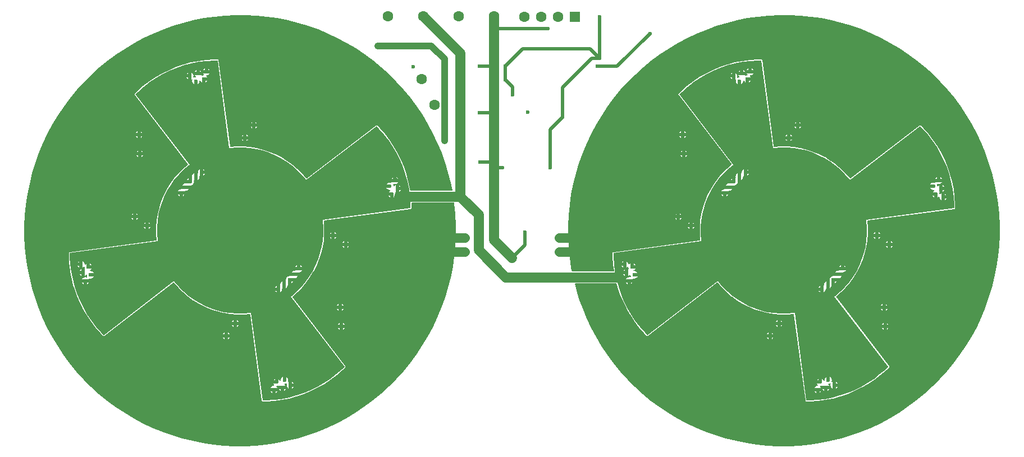
<source format=gbl>
G04 Layer_Physical_Order=2*
G04 Layer_Color=16711680*
%FSLAX44Y44*%
%MOMM*%
G71*
G01*
G75*
%ADD43C,0.5000*%
%ADD44C,0.2540*%
%ADD45C,1.4500*%
%ADD46C,1.5000*%
%ADD47C,1.6000*%
%ADD48R,1.6000X1.6000*%
%ADD49C,0.6000*%
%ADD50C,1.2000*%
%ADD51C,1.0000*%
G36*
X1126175Y596927D02*
X1143626Y464369D01*
X1145249Y464626D01*
X1155072Y465399D01*
X1159999Y465399D01*
X1159999Y465399D01*
X1164926Y465399D01*
X1174750Y464626D01*
X1184482Y463085D01*
X1194064Y460784D01*
X1203436Y457739D01*
X1212540Y453968D01*
X1221320Y449495D01*
X1229722Y444346D01*
X1237693Y438554D01*
X1245187Y432155D01*
X1252154Y425187D01*
X1258554Y417694D01*
X1259520Y416364D01*
X1365592Y497757D01*
X1369650Y493699D01*
X1377216Y485072D01*
X1384201Y475968D01*
X1390577Y466427D01*
X1396314Y456489D01*
X1401390Y446197D01*
X1405781Y435595D01*
X1409470Y424729D01*
X1412440Y413645D01*
X1414678Y402390D01*
X1416176Y391013D01*
X1416927Y379562D01*
X1416927Y373825D01*
X1284369Y356373D01*
X1284626Y354750D01*
X1285399Y344926D01*
X1285399Y340000D01*
X1285399Y340000D01*
X1285399Y339999D01*
X1285399Y335073D01*
X1284626Y325249D01*
X1283085Y315517D01*
X1280784Y305935D01*
X1277739Y296563D01*
X1273969Y287460D01*
X1269495Y278680D01*
X1264346Y270278D01*
X1258554Y262306D01*
X1252155Y254813D01*
X1245187Y247845D01*
X1237694Y241445D01*
X1236365Y240480D01*
X1317595Y134619D01*
X1317595Y134619D01*
X1313542Y130566D01*
X1304923Y123007D01*
X1295829Y116029D01*
X1286297Y109660D01*
X1276369Y103928D01*
X1266088Y98858D01*
X1255497Y94471D01*
X1244642Y90787D01*
X1233569Y87820D01*
X1222326Y85583D01*
X1210961Y84087D01*
X1199522Y83337D01*
X1193790Y83337D01*
X1176374Y215630D01*
X1174751Y215373D01*
X1164927Y214600D01*
X1160000Y214600D01*
X1155073Y214600D01*
X1145249Y215373D01*
X1135517Y216915D01*
X1125935Y219215D01*
X1116563Y222260D01*
X1107460Y226031D01*
X1098680Y230505D01*
X1090278Y235653D01*
X1082306Y241445D01*
X1074813Y247845D01*
X1067845Y254813D01*
X1061445Y262306D01*
X1060479Y263635D01*
X954337Y182189D01*
X950278Y186248D01*
X942710Y194878D01*
X935722Y203985D01*
X929344Y213530D01*
X923604Y223471D01*
X918527Y233766D01*
X914135Y244372D01*
X910445Y255242D01*
X907474Y266330D01*
X905234Y277588D01*
X903736Y288969D01*
X902985Y300424D01*
X902985Y306164D01*
X1035630Y323626D01*
X1035373Y325249D01*
X1034600Y335073D01*
Y344927D01*
X1035373Y354750D01*
X1036915Y364483D01*
X1039215Y374064D01*
X1042260Y383436D01*
X1046031Y392540D01*
X1050504Y401320D01*
X1055653Y409722D01*
X1061445Y417694D01*
X1067845Y425187D01*
X1074812Y432154D01*
X1082305Y438554D01*
X1083635Y439520D01*
X1002243Y545593D01*
X1002244Y545593D01*
X1006301Y549650D01*
X1014928Y557216D01*
X1024032Y564202D01*
X1033573Y570577D01*
X1043511Y576315D01*
X1053803Y581390D01*
X1064404Y585781D01*
X1075271Y589470D01*
X1086355Y592440D01*
X1097609Y594678D01*
X1108987Y596176D01*
X1120437Y596927D01*
X1126175Y596927D01*
D02*
G37*
G36*
X1160900Y665400D02*
X1160900Y665399D01*
X1160900Y665399D01*
X1168866Y665400D01*
X1184779Y664618D01*
X1200634Y663056D01*
X1216393Y660719D01*
X1232019Y657610D01*
X1247474Y653739D01*
X1262720Y649114D01*
X1277721Y643747D01*
X1292440Y637650D01*
X1306842Y630838D01*
X1320893Y623328D01*
X1334559Y615137D01*
X1347806Y606286D01*
X1360602Y596795D01*
X1372918Y586688D01*
X1384723Y575989D01*
X1395988Y564723D01*
X1406688Y552918D01*
X1416795Y540602D01*
X1426286Y527806D01*
X1435137Y514559D01*
X1443328Y500893D01*
X1450838Y486843D01*
X1457650Y472440D01*
X1463747Y457721D01*
X1469114Y442720D01*
X1473739Y427474D01*
X1477610Y412020D01*
X1480718Y396394D01*
X1483056Y380634D01*
X1484618Y364779D01*
X1485399Y348866D01*
X1485399Y340900D01*
X1485400Y340698D01*
X1485399Y340698D01*
Y332690D01*
X1484614Y316694D01*
X1483044Y300756D01*
X1480694Y284914D01*
X1477569Y269206D01*
X1473678Y253671D01*
X1469029Y238345D01*
X1463634Y223266D01*
X1457505Y208469D01*
X1450657Y193992D01*
X1443108Y179867D01*
X1434874Y166130D01*
X1425976Y152814D01*
X1416436Y139950D01*
X1406276Y127570D01*
X1395521Y115704D01*
X1384196Y104379D01*
X1372329Y93624D01*
X1359949Y83464D01*
X1347086Y73923D01*
X1333769Y65026D01*
X1320032Y56792D01*
X1305908Y49242D01*
X1291430Y42395D01*
X1276634Y36266D01*
X1261555Y30871D01*
X1246229Y26222D01*
X1230694Y22330D01*
X1214986Y19206D01*
X1199144Y16856D01*
X1183205Y15286D01*
X1167209Y14500D01*
X1159202Y14500D01*
X1151233Y14500D01*
X1135315Y15282D01*
X1119455Y16844D01*
X1103690Y19183D01*
X1088060Y22292D01*
X1072600Y26164D01*
X1057349Y30790D01*
X1042344Y36159D01*
X1027620Y42258D01*
X1013213Y49072D01*
X999158Y56585D01*
X985489Y64778D01*
X972237Y73632D01*
X959437Y83126D01*
X947117Y93236D01*
X935309Y103939D01*
X924040Y115208D01*
X913337Y127016D01*
X903226Y139336D01*
X893733Y152137D01*
X884879Y165388D01*
X876685Y179057D01*
X869173Y193113D01*
X862359Y207519D01*
X856260Y222243D01*
X850891Y237249D01*
X846265Y252499D01*
X844496Y259559D01*
X845278Y260560D01*
X907619D01*
X909138Y254891D01*
X909166Y254854D01*
X909163Y254807D01*
X912853Y243937D01*
X912885Y243901D01*
Y243854D01*
X917277Y233249D01*
X917311Y233215D01*
X917314Y233168D01*
X922391Y222873D01*
X922427Y222841D01*
X922433Y222794D01*
X928172Y212853D01*
X928210Y212824D01*
X928219Y212778D01*
X934596Y203233D01*
X934636Y203207D01*
X934648Y203162D01*
X941636Y194054D01*
X941677Y194031D01*
X941692Y193986D01*
X949261Y185355D01*
X949304Y185335D01*
X949322Y185291D01*
X953380Y181232D01*
X953783Y181066D01*
X954160Y180848D01*
X954250Y180872D01*
X954337Y180836D01*
X954739Y181003D01*
X955160Y181116D01*
X1059250Y260986D01*
X1060416Y261427D01*
X1066816Y253934D01*
X1066867Y253908D01*
X1066888Y253856D01*
X1073856Y246888D01*
X1073908Y246866D01*
X1073934Y246816D01*
X1081427Y240416D01*
X1081481Y240399D01*
X1081510Y240351D01*
X1089482Y234559D01*
X1089538Y234545D01*
X1089571Y234500D01*
X1097973Y229351D01*
X1098029Y229342D01*
X1098065Y229299D01*
X1106845Y224825D01*
X1106902Y224821D01*
X1106942Y224781D01*
X1116046Y221010D01*
X1116102D01*
X1116145Y220973D01*
X1125517Y217928D01*
X1125574Y217933D01*
X1125619Y217899D01*
X1135201Y215599D01*
X1135257Y215608D01*
X1135305Y215578D01*
X1145038Y214037D01*
X1145093Y214050D01*
X1145143Y214025D01*
X1154967Y213251D01*
X1155021Y213269D01*
X1155073Y213247D01*
X1160000Y213247D01*
X1164927Y213247D01*
X1164979Y213269D01*
X1165033Y213251D01*
X1174857Y214025D01*
X1175370Y212888D01*
X1192449Y83161D01*
X1192667Y82783D01*
X1192834Y82381D01*
X1192920Y82345D01*
X1192967Y82264D01*
X1193388Y82151D01*
X1193790Y81984D01*
X1199522Y81984D01*
X1199566Y82002D01*
X1199611Y81987D01*
X1211049Y82737D01*
X1211092Y82758D01*
X1211137Y82746D01*
X1222503Y84242D01*
X1222544Y84265D01*
X1222590Y84256D01*
X1233833Y86493D01*
X1233873Y86519D01*
X1233920Y86513D01*
X1244993Y89480D01*
X1245030Y89509D01*
X1245077Y89506D01*
X1255932Y93190D01*
X1255968Y93221D01*
X1256015D01*
X1266606Y97608D01*
X1266639Y97642D01*
X1266687Y97645D01*
X1276968Y102715D01*
X1276999Y102751D01*
X1277046Y102757D01*
X1286974Y108489D01*
X1287002Y108526D01*
X1287049Y108535D01*
X1296580Y114904D01*
X1296606Y114943D01*
X1296652Y114956D01*
X1305747Y121934D01*
X1305770Y121975D01*
X1305815Y121990D01*
X1314434Y129549D01*
X1314455Y129591D01*
X1314498Y129609D01*
X1318551Y133662D01*
X1318657Y133918D01*
X1318851Y134116D01*
X1318849Y134291D01*
X1318936Y134442D01*
X1318912Y134532D01*
X1318948Y134619D01*
X1318842Y134874D01*
X1318838Y135152D01*
X1318713Y135274D01*
X1318668Y135443D01*
X1239014Y239250D01*
X1238573Y240417D01*
X1246066Y246816D01*
X1246091Y246867D01*
X1246144Y246888D01*
X1253111Y253856D01*
X1253133Y253908D01*
X1253184Y253934D01*
X1259583Y261427D01*
X1259601Y261481D01*
X1259649Y261510D01*
X1265441Y269482D01*
X1265454Y269538D01*
X1265500Y269571D01*
X1270649Y277973D01*
X1270657Y278029D01*
X1270701Y278065D01*
X1275174Y286845D01*
X1275179Y286902D01*
X1275219Y286942D01*
X1278989Y296045D01*
Y296102D01*
X1279026Y296145D01*
X1282071Y305517D01*
X1282067Y305573D01*
X1282100Y305619D01*
X1284400Y315201D01*
X1284392Y315257D01*
X1284421Y315305D01*
X1285963Y325038D01*
X1285949Y325093D01*
X1285975Y325143D01*
X1286748Y334967D01*
X1286731Y335020D01*
X1286752Y335073D01*
X1286752Y339999D01*
X1286752Y340000D01*
X1286752Y344926D01*
X1286730Y344979D01*
X1286748Y345033D01*
X1285975Y354856D01*
X1287112Y355370D01*
X1417103Y372483D01*
X1417480Y372701D01*
X1417883Y372868D01*
X1417919Y372954D01*
X1418000Y373001D01*
X1418113Y373422D01*
X1418280Y373825D01*
X1418280Y379562D01*
X1418262Y379606D01*
X1418277Y379651D01*
X1417526Y391102D01*
X1417505Y391144D01*
X1417518Y391190D01*
X1416020Y402567D01*
X1415996Y402608D01*
X1416005Y402654D01*
X1413767Y413909D01*
X1413740Y413948D01*
X1413746Y413995D01*
X1410777Y425079D01*
X1410748Y425117D01*
X1410751Y425164D01*
X1407062Y436030D01*
X1407031Y436066D01*
Y436113D01*
X1402640Y446715D01*
X1402606Y446748D01*
X1402603Y446796D01*
X1397528Y457087D01*
X1397492Y457118D01*
X1397486Y457165D01*
X1391748Y467103D01*
X1391711Y467132D01*
X1391702Y467178D01*
X1385326Y476720D01*
X1385287Y476746D01*
X1385275Y476792D01*
X1378289Y485896D01*
X1378248Y485919D01*
X1378233Y485964D01*
X1370667Y494591D01*
X1370624Y494612D01*
X1370606Y494656D01*
X1366549Y498713D01*
X1366146Y498880D01*
X1365769Y499098D01*
X1365679Y499074D01*
X1365592Y499109D01*
X1365190Y498943D01*
X1364769Y498830D01*
X1260749Y419013D01*
X1259583Y418572D01*
X1253183Y426065D01*
X1253133Y426091D01*
X1253111Y426143D01*
X1246143Y433111D01*
X1246091Y433133D01*
X1246065Y433183D01*
X1238572Y439583D01*
X1238518Y439600D01*
X1238489Y439649D01*
X1230517Y445441D01*
X1230462Y445454D01*
X1230428Y445500D01*
X1222027Y450648D01*
X1221971Y450657D01*
X1221934Y450700D01*
X1213154Y455174D01*
X1213098Y455178D01*
X1213057Y455218D01*
X1203954Y458989D01*
X1203897D01*
X1203854Y459026D01*
X1194482Y462071D01*
X1194426Y462067D01*
X1194380Y462100D01*
X1184798Y464400D01*
X1184743Y464391D01*
X1184694Y464421D01*
X1174962Y465962D01*
X1174906Y465949D01*
X1174856Y465975D01*
X1165033Y466748D01*
X1164979Y466730D01*
X1164926Y466752D01*
X1159999Y466752D01*
X1159999Y466752D01*
X1155072Y466752D01*
X1155020Y466730D01*
X1154966Y466748D01*
X1145143Y465975D01*
X1144630Y467112D01*
X1127516Y597103D01*
X1127298Y597481D01*
X1127132Y597883D01*
X1127045Y597919D01*
X1126998Y598000D01*
X1126578Y598113D01*
X1126175Y598280D01*
X1120437Y598280D01*
X1120394Y598262D01*
X1120349Y598277D01*
X1108898Y597526D01*
X1108856Y597505D01*
X1108810Y597518D01*
X1097433Y596020D01*
X1097392Y595996D01*
X1097346Y596006D01*
X1086091Y593767D01*
X1086051Y593741D01*
X1086005Y593747D01*
X1074921Y590777D01*
X1074883Y590748D01*
X1074836Y590751D01*
X1063970Y587063D01*
X1063934Y587031D01*
X1063887D01*
X1053285Y582640D01*
X1053251Y582607D01*
X1053204Y582603D01*
X1042913Y577528D01*
X1042881Y577493D01*
X1042834Y577486D01*
X1032897Y571749D01*
X1032868Y571711D01*
X1032822Y571702D01*
X1023280Y565327D01*
X1023254Y565288D01*
X1023208Y565275D01*
X1014104Y558289D01*
X1014081Y558248D01*
X1014036Y558233D01*
X1005408Y550667D01*
X1005387Y550625D01*
X1005344Y550607D01*
X1001287Y546550D01*
X1001120Y546147D01*
X1000902Y545770D01*
X1000926Y545679D01*
X1000891Y545593D01*
X1001057Y545190D01*
X1001170Y544769D01*
X1080986Y440750D01*
X1081427Y439583D01*
X1073934Y433183D01*
X1073908Y433133D01*
X1073856Y433111D01*
X1066888Y426143D01*
X1066866Y426091D01*
X1066816Y426065D01*
X1060416Y418572D01*
X1060399Y418518D01*
X1060350Y418489D01*
X1054558Y410517D01*
X1054545Y410462D01*
X1054499Y410429D01*
X1049351Y402027D01*
X1049342Y401971D01*
X1049299Y401934D01*
X1044825Y393154D01*
X1044821Y393098D01*
X1044781Y393058D01*
X1041010Y383954D01*
Y383897D01*
X1040973Y383854D01*
X1037928Y374483D01*
X1037933Y374426D01*
X1037899Y374380D01*
X1035599Y364799D01*
X1035608Y364743D01*
X1035578Y364695D01*
X1034037Y354962D01*
X1034050Y354907D01*
X1034024Y354856D01*
X1033251Y345033D01*
X1033269Y344979D01*
X1033247Y344927D01*
Y335073D01*
X1033269Y335020D01*
X1033251Y334967D01*
X1034024Y325143D01*
X1032888Y324630D01*
X902809Y307505D01*
X902431Y307287D01*
X902029Y307120D01*
X901993Y307034D01*
X901912Y306987D01*
X901799Y306566D01*
X901632Y306164D01*
X901632Y300424D01*
X901650Y300380D01*
X901635Y300335D01*
X902386Y288881D01*
X902407Y288838D01*
X902394Y288793D01*
X903662Y279166D01*
X902824Y278211D01*
X840353D01*
X839283Y283590D01*
X836945Y299354D01*
X835383Y315214D01*
X834601Y331132D01*
Y339101D01*
X834601Y347111D01*
X835387Y363112D01*
X836957Y379055D01*
X839308Y394902D01*
X842433Y410615D01*
X846326Y426155D01*
X850976Y441485D01*
X856373Y456569D01*
X862504Y471370D01*
X869354Y485853D01*
X876906Y499981D01*
X885142Y513722D01*
X894042Y527043D01*
X903585Y539911D01*
X913749Y552295D01*
X924507Y564165D01*
X935835Y575493D01*
X947706Y586252D01*
X960090Y596415D01*
X972957Y605958D01*
X986278Y614859D01*
X1000019Y623095D01*
X1014148Y630647D01*
X1028630Y637496D01*
X1043431Y643627D01*
X1058515Y649024D01*
X1073845Y653675D01*
X1089386Y657567D01*
X1105098Y660693D01*
X1120945Y663043D01*
X1136888Y664614D01*
X1152889Y665400D01*
X1160900Y665400D01*
D02*
G37*
G36*
X364779Y664618D02*
X380634Y663056D01*
X396394Y660719D01*
X412019Y657610D01*
X427474Y653739D01*
X442720Y649114D01*
X457721Y643747D01*
X472440Y637650D01*
X486842Y630838D01*
X500893Y623328D01*
X514559Y615137D01*
X527806Y606286D01*
X540602Y596795D01*
X552918Y586688D01*
X564723Y575989D01*
X575989Y564723D01*
X586688Y552918D01*
X596795Y540603D01*
X606286Y527806D01*
X615137Y514559D01*
X623328Y500893D01*
X630838Y486843D01*
X637650Y472440D01*
X643747Y457721D01*
X649114Y442720D01*
X653739Y427474D01*
X657610Y412020D01*
X659836Y400829D01*
X659031Y399847D01*
X596378D01*
X596020Y402567D01*
X595996Y402608D01*
X596005Y402654D01*
X593767Y413909D01*
X593740Y413948D01*
X593746Y413995D01*
X590776Y425079D01*
X590748Y425117D01*
X590751Y425164D01*
X587062Y436030D01*
X587031Y436066D01*
Y436113D01*
X582640Y446715D01*
X582606Y446748D01*
X582603Y446796D01*
X577528Y457087D01*
X577492Y457118D01*
X577486Y457165D01*
X571748Y467103D01*
X571711Y467132D01*
X571702Y467178D01*
X565326Y476720D01*
X565287Y476746D01*
X565275Y476792D01*
X558289Y485896D01*
X558248Y485919D01*
X558233Y485964D01*
X550667Y494591D01*
X550624Y494612D01*
X550606Y494656D01*
X546549Y498713D01*
X546146Y498880D01*
X545769Y499098D01*
X545679Y499074D01*
X545592Y499109D01*
X545190Y498943D01*
X544769Y498830D01*
X440749Y419013D01*
X439583Y418572D01*
X433183Y426065D01*
X433133Y426091D01*
X433111Y426143D01*
X426143Y433111D01*
X426091Y433133D01*
X426065Y433183D01*
X418572Y439583D01*
X418518Y439600D01*
X418489Y439649D01*
X410517Y445441D01*
X410462Y445454D01*
X410429Y445500D01*
X402027Y450648D01*
X401971Y450657D01*
X401934Y450700D01*
X393154Y455174D01*
X393098Y455178D01*
X393058Y455218D01*
X383954Y458989D01*
X383897D01*
X383854Y459026D01*
X374482Y462071D01*
X374426Y462067D01*
X374380Y462100D01*
X364798Y464400D01*
X364743Y464391D01*
X364694Y464421D01*
X354962Y465962D01*
X354907Y465949D01*
X354856Y465975D01*
X345033Y466748D01*
X344979Y466730D01*
X344926Y466752D01*
X339999Y466752D01*
X339999Y466752D01*
X335072Y466752D01*
X335020Y466730D01*
X334966Y466748D01*
X325143Y465975D01*
X324630Y467112D01*
X307516Y597103D01*
X307298Y597481D01*
X307132Y597883D01*
X307045Y597919D01*
X306998Y598000D01*
X306577Y598113D01*
X306175Y598280D01*
X300437Y598280D01*
X300394Y598262D01*
X300349Y598277D01*
X288898Y597526D01*
X288856Y597505D01*
X288810Y597518D01*
X277433Y596020D01*
X277392Y595996D01*
X277346Y596006D01*
X266091Y593767D01*
X266052Y593741D01*
X266005Y593747D01*
X254921Y590777D01*
X254883Y590748D01*
X254836Y590751D01*
X243970Y587063D01*
X243934Y587031D01*
X243887D01*
X233285Y582640D01*
X233252Y582607D01*
X233204Y582603D01*
X222913Y577528D01*
X222881Y577493D01*
X222834Y577486D01*
X212897Y571749D01*
X212868Y571711D01*
X212822Y571702D01*
X203280Y565327D01*
X203254Y565288D01*
X203208Y565275D01*
X194104Y558289D01*
X194081Y558248D01*
X194036Y558233D01*
X185408Y550667D01*
X185388Y550625D01*
X185344Y550607D01*
X181287Y546550D01*
X181120Y546147D01*
X180902Y545770D01*
X180926Y545679D01*
X180891Y545593D01*
X181057Y545190D01*
X181170Y544769D01*
X260986Y440750D01*
X261427Y439583D01*
X253934Y433183D01*
X253908Y433133D01*
X253856Y433111D01*
X246888Y426143D01*
X246866Y426091D01*
X246816Y426065D01*
X240416Y418572D01*
X240399Y418518D01*
X240350Y418489D01*
X234559Y410517D01*
X234545Y410462D01*
X234499Y410429D01*
X229351Y402027D01*
X229342Y401971D01*
X229299Y401934D01*
X224825Y393154D01*
X224821Y393098D01*
X224781Y393058D01*
X221010Y383954D01*
Y383897D01*
X220973Y383854D01*
X217928Y374483D01*
X217932Y374426D01*
X217899Y374380D01*
X215599Y364799D01*
X215608Y364743D01*
X215578Y364695D01*
X214037Y354962D01*
X214050Y354907D01*
X214024Y354856D01*
X213251Y345033D01*
X213269Y344979D01*
X213247Y344927D01*
Y335073D01*
X213269Y335020D01*
X213251Y334967D01*
X214024Y325143D01*
X212888Y324630D01*
X82809Y307505D01*
X82431Y307287D01*
X82029Y307120D01*
X81993Y307034D01*
X81912Y306987D01*
X81799Y306566D01*
X81632Y306164D01*
X81632Y300424D01*
X81650Y300380D01*
X81635Y300335D01*
X82386Y288881D01*
X82407Y288838D01*
X82395Y288793D01*
X83893Y277412D01*
X83917Y277371D01*
X83907Y277324D01*
X86147Y266066D01*
X86173Y266026D01*
X86167Y265980D01*
X89138Y254891D01*
X89166Y254854D01*
X89163Y254807D01*
X92853Y243937D01*
X92885Y243901D01*
Y243854D01*
X97277Y233249D01*
X97311Y233215D01*
X97314Y233168D01*
X102391Y222873D01*
X102427Y222841D01*
X102433Y222794D01*
X108172Y212853D01*
X108210Y212824D01*
X108219Y212778D01*
X114597Y203233D01*
X114636Y203207D01*
X114648Y203162D01*
X121636Y194054D01*
X121677Y194031D01*
X121692Y193986D01*
X129261Y185355D01*
X129304Y185335D01*
X129322Y185291D01*
X133380Y181232D01*
X133783Y181066D01*
X134160Y180848D01*
X134250Y180872D01*
X134337Y180836D01*
X134739Y181003D01*
X135161Y181116D01*
X239250Y260986D01*
X240417Y261427D01*
X246816Y253934D01*
X246867Y253908D01*
X246888Y253856D01*
X253856Y246888D01*
X253908Y246866D01*
X253934Y246816D01*
X261427Y240416D01*
X261481Y240399D01*
X261511Y240351D01*
X269482Y234559D01*
X269538Y234545D01*
X269571Y234500D01*
X277973Y229351D01*
X278029Y229342D01*
X278065Y229299D01*
X286845Y224825D01*
X286902Y224821D01*
X286942Y224781D01*
X296046Y221010D01*
X296102D01*
X296145Y220973D01*
X305517Y217928D01*
X305574Y217933D01*
X305619Y217899D01*
X315201Y215599D01*
X315257Y215608D01*
X315305Y215578D01*
X325038Y214037D01*
X325093Y214050D01*
X325143Y214025D01*
X334967Y213251D01*
X335021Y213269D01*
X335073Y213247D01*
X340000Y213247D01*
X344927Y213247D01*
X344979Y213269D01*
X345033Y213251D01*
X354857Y214025D01*
X355370Y212888D01*
X372449Y83161D01*
X372667Y82783D01*
X372834Y82381D01*
X372920Y82345D01*
X372967Y82264D01*
X373388Y82151D01*
X373790Y81984D01*
X379522Y81984D01*
X379566Y82002D01*
X379611Y81987D01*
X391049Y82737D01*
X391092Y82758D01*
X391138Y82746D01*
X402503Y84242D01*
X402544Y84265D01*
X402590Y84256D01*
X413833Y86493D01*
X413873Y86519D01*
X413920Y86513D01*
X424992Y89480D01*
X425030Y89509D01*
X425077Y89506D01*
X435932Y93190D01*
X435968Y93221D01*
X436015D01*
X446606Y97608D01*
X446639Y97642D01*
X446687Y97645D01*
X456968Y102715D01*
X456999Y102751D01*
X457046Y102757D01*
X466974Y108489D01*
X467002Y108526D01*
X467049Y108535D01*
X476580Y114904D01*
X476606Y114943D01*
X476652Y114956D01*
X485747Y121934D01*
X485770Y121975D01*
X485815Y121990D01*
X494434Y129549D01*
X494455Y129591D01*
X494498Y129609D01*
X498551Y133662D01*
X498657Y133918D01*
X498851Y134116D01*
X498849Y134291D01*
X498936Y134442D01*
X498912Y134532D01*
X498948Y134619D01*
X498842Y134874D01*
X498838Y135152D01*
X498713Y135274D01*
X498668Y135443D01*
X419014Y239250D01*
X418573Y240417D01*
X426066Y246816D01*
X426091Y246867D01*
X426144Y246888D01*
X433111Y253856D01*
X433133Y253908D01*
X433184Y253934D01*
X439583Y261427D01*
X439601Y261481D01*
X439649Y261510D01*
X445441Y269482D01*
X445454Y269538D01*
X445500Y269571D01*
X450649Y277973D01*
X450657Y278029D01*
X450700Y278065D01*
X455174Y286845D01*
X455178Y286902D01*
X455219Y286942D01*
X458989Y296045D01*
Y296102D01*
X459026Y296145D01*
X462071Y305517D01*
X462067Y305573D01*
X462100Y305619D01*
X464400Y315201D01*
X464392Y315257D01*
X464421Y315305D01*
X465963Y325038D01*
X465950Y325093D01*
X465975Y325143D01*
X466748Y334967D01*
X466731Y335020D01*
X466753Y335073D01*
X466752Y339999D01*
X466752Y340000D01*
X466752Y344926D01*
X466731Y344979D01*
X466748Y345033D01*
X465975Y354856D01*
X467112Y355370D01*
X597103Y372483D01*
X597481Y372701D01*
X597883Y372868D01*
X597919Y372954D01*
X598000Y373001D01*
X598113Y373422D01*
X598279Y373825D01*
X598280Y379562D01*
X598261Y379606D01*
X598277Y379651D01*
X598171Y381269D01*
X599039Y382196D01*
X662824D01*
X663056Y380634D01*
X664618Y364779D01*
X665399Y348866D01*
X665399Y340900D01*
X665400Y340698D01*
Y332690D01*
X664614Y316694D01*
X663044Y300756D01*
X660694Y284914D01*
X657570Y269206D01*
X653678Y253671D01*
X649029Y238345D01*
X643634Y223266D01*
X637505Y208469D01*
X630657Y193992D01*
X623108Y179867D01*
X614874Y166130D01*
X605976Y152814D01*
X596436Y139950D01*
X586276Y127570D01*
X575521Y115704D01*
X564196Y104379D01*
X552329Y93624D01*
X539949Y83464D01*
X527086Y73923D01*
X513769Y65026D01*
X500032Y56792D01*
X485908Y49242D01*
X471430Y42395D01*
X456634Y36266D01*
X441555Y30871D01*
X426229Y26222D01*
X410694Y22330D01*
X394986Y19206D01*
X379144Y16856D01*
X363205Y15286D01*
X347209Y14500D01*
X339202D01*
X331233Y14500D01*
X315315Y15282D01*
X299455Y16844D01*
X283690Y19183D01*
X268060Y22292D01*
X252600Y26164D01*
X237350Y30790D01*
X222344Y36159D01*
X207620Y42258D01*
X193213Y49072D01*
X179158Y56585D01*
X165489Y64778D01*
X152238Y73632D01*
X139437Y83126D01*
X127117Y93236D01*
X115309Y103939D01*
X104040Y115208D01*
X93337Y127016D01*
X83227Y139336D01*
X73733Y152137D01*
X64879Y165388D01*
X56686Y179057D01*
X49173Y193113D01*
X42359Y207519D01*
X36260Y222243D01*
X30891Y237249D01*
X26265Y252499D01*
X22392Y267959D01*
X19283Y283590D01*
X16945Y299354D01*
X15383Y315214D01*
X14601Y331132D01*
Y339101D01*
X14601Y347111D01*
X15387Y363112D01*
X16957Y379055D01*
X19308Y394902D01*
X22433Y410615D01*
X26326Y426155D01*
X30976Y441486D01*
X36373Y456570D01*
X42504Y471370D01*
X49354Y485853D01*
X56906Y499981D01*
X65142Y513722D01*
X74042Y527043D01*
X83586Y539911D01*
X93749Y552295D01*
X104507Y564165D01*
X115836Y575493D01*
X127706Y586252D01*
X140090Y596415D01*
X152957Y605958D01*
X166278Y614859D01*
X180019Y623095D01*
X194148Y630647D01*
X208630Y637496D01*
X223431Y643627D01*
X238515Y649024D01*
X253845Y653675D01*
X269386Y657567D01*
X285098Y660693D01*
X300945Y663043D01*
X316888Y664614D01*
X332890Y665400D01*
X340900Y665400D01*
X348866Y665400D01*
X364779Y664618D01*
D02*
G37*
G36*
X306175Y596927D02*
X323627Y464369D01*
X325249Y464626D01*
X335072Y465399D01*
X339999Y465399D01*
X339999Y465399D01*
X344926Y465399D01*
X354750Y464626D01*
X364482Y463085D01*
X374064Y460784D01*
X383436Y457739D01*
X392540Y453968D01*
X401320Y449495D01*
X409722Y444346D01*
X417694Y438554D01*
X425187Y432155D01*
X432154Y425187D01*
X438554Y417694D01*
X439520Y416364D01*
X545592Y497757D01*
X549650Y493699D01*
X557216Y485072D01*
X564201Y475968D01*
X570577Y466427D01*
X576314Y456489D01*
X581390Y446197D01*
X585781Y435595D01*
X589470Y424729D01*
X592440Y413645D01*
X594678Y402390D01*
X596176Y391013D01*
X596927Y379562D01*
X596926Y373825D01*
X464369Y356373D01*
X464626Y354750D01*
X465399Y344926D01*
X465399Y340000D01*
X465399Y340000D01*
X465399Y339999D01*
X465400Y335073D01*
X464626Y325249D01*
X463085Y315517D01*
X460784Y305935D01*
X457739Y296563D01*
X453969Y287460D01*
X449495Y278680D01*
X444346Y270278D01*
X438554Y262306D01*
X432155Y254813D01*
X425187Y247845D01*
X417694Y241445D01*
X416365Y240480D01*
X497595Y134619D01*
X497595Y134619D01*
X493542Y130566D01*
X484923Y123007D01*
X475829Y116029D01*
X466297Y109660D01*
X456369Y103928D01*
X446088Y98858D01*
X435497Y94471D01*
X424642Y90787D01*
X413569Y87820D01*
X402326Y85583D01*
X390961Y84087D01*
X379522Y83337D01*
X373790Y83337D01*
X356374Y215630D01*
X354751Y215373D01*
X344927Y214600D01*
X340000Y214600D01*
X335073Y214600D01*
X325249Y215373D01*
X315517Y216915D01*
X305935Y219215D01*
X296563Y222260D01*
X287460Y226031D01*
X278680Y230505D01*
X270278Y235653D01*
X262306Y241445D01*
X254813Y247845D01*
X247845Y254813D01*
X241445Y262306D01*
X240479Y263635D01*
X134337Y182189D01*
X130278Y186248D01*
X122710Y194878D01*
X115722Y203985D01*
X109344Y213530D01*
X103604Y223471D01*
X98527Y233766D01*
X94135Y244372D01*
X90445Y255242D01*
X87474Y266330D01*
X85234Y277588D01*
X83736Y288969D01*
X82985Y300424D01*
X82985Y306164D01*
X215630Y323626D01*
X215373Y325249D01*
X214600Y335073D01*
Y344927D01*
X215373Y354750D01*
X216915Y364483D01*
X219215Y374064D01*
X222260Y383436D01*
X226031Y392540D01*
X230504Y401320D01*
X235653Y409722D01*
X241445Y417694D01*
X247845Y425187D01*
X254812Y432154D01*
X262305Y438554D01*
X263635Y439520D01*
X182244Y545593D01*
X182244Y545593D01*
X186301Y549650D01*
X194928Y557216D01*
X204032Y564202D01*
X213573Y570577D01*
X223511Y576315D01*
X233803Y581390D01*
X244405Y585781D01*
X255271Y589470D01*
X266355Y592440D01*
X277610Y594678D01*
X288987Y596176D01*
X300437Y596927D01*
X306175Y596927D01*
D02*
G37*
%LPC*%
G36*
X1246877Y271129D02*
X1235891D01*
X1235785Y270998D01*
X1235617Y270903D01*
X1234529Y271119D01*
X1232367Y270689D01*
X1230535Y269465D01*
X1229310Y267632D01*
X1228880Y265471D01*
X1229097Y264383D01*
X1229002Y264214D01*
X1228870Y264109D01*
Y258088D01*
Y253123D01*
X1230324Y254094D01*
X1231549Y255927D01*
X1231979Y258088D01*
X1231762Y259176D01*
X1231857Y259345D01*
X1231989Y259450D01*
Y265471D01*
X1234529D01*
Y268011D01*
X1240549D01*
X1240655Y268142D01*
X1240824Y268237D01*
X1241911Y268021D01*
X1244073Y268451D01*
X1245905Y269675D01*
X1246877Y271129D01*
D02*
G37*
G36*
X922503Y293944D02*
Y288979D01*
Y284013D01*
X923957Y284984D01*
X924230Y285392D01*
X925213Y285115D01*
X925472Y284966D01*
X925886Y282885D01*
X926083Y282591D01*
X925167Y281676D01*
X925502Y281452D01*
Y276486D01*
Y271520D01*
X926956Y272492D01*
X927436Y273210D01*
X927670Y273197D01*
X928708Y272828D01*
X929076Y270981D01*
X929430Y270452D01*
X929053Y269841D01*
X928590Y269422D01*
X926611Y269816D01*
X924450Y269386D01*
X922617Y268162D01*
X921645Y266707D01*
X931577D01*
X931476Y266859D01*
X931852Y267470D01*
X932315Y267888D01*
X934294Y267494D01*
X936456Y267924D01*
X938288Y269149D01*
X939260Y270603D01*
X934294D01*
Y275683D01*
X939260D01*
X938288Y277137D01*
X936456Y278361D01*
X934294Y278791D01*
X933627Y278659D01*
X933266Y279828D01*
X935099Y281053D01*
X936070Y282507D01*
X931105D01*
Y285047D01*
X928565D01*
Y290013D01*
X927110Y289041D01*
X926838Y288633D01*
X925854Y288910D01*
X925595Y289060D01*
X925182Y291140D01*
X923957Y292973D01*
X922503Y293944D01*
D02*
G37*
G36*
X920422Y273946D02*
X917997D01*
X918968Y272492D01*
X920422Y271520D01*
Y273946D01*
D02*
G37*
G36*
X1253361Y280055D02*
X1243036D01*
X1242469Y279207D01*
X1241911Y279318D01*
X1239749Y278888D01*
X1237917Y277663D01*
X1236945Y276209D01*
X1247271D01*
X1247838Y277057D01*
X1248396Y276946D01*
X1250557Y277376D01*
X1252390Y278601D01*
X1253361Y280055D01*
D02*
G37*
G36*
X920422Y281452D02*
X918968Y280480D01*
X917997Y279026D01*
X920422D01*
Y281452D01*
D02*
G37*
G36*
X1239495Y262931D02*
X1237069D01*
Y260505D01*
X1238523Y261476D01*
X1239495Y262931D01*
D02*
G37*
G36*
X1223790Y263054D02*
X1222336Y262083D01*
X1221112Y260250D01*
X1220682Y258088D01*
X1220793Y257530D01*
X1219945Y256964D01*
Y251604D01*
Y246638D01*
X1221399Y247610D01*
X1222623Y249442D01*
X1223053Y251604D01*
X1222942Y252162D01*
X1223790Y252728D01*
Y258088D01*
Y263054D01*
D02*
G37*
G36*
X1214865Y249064D02*
X1212439D01*
X1213411Y247610D01*
X1214865Y246638D01*
Y249064D01*
D02*
G37*
G36*
Y256569D02*
X1213411Y255598D01*
X1212439Y254144D01*
X1214865D01*
Y256569D01*
D02*
G37*
G36*
X931577Y261627D02*
X929151D01*
Y259202D01*
X930605Y260173D01*
X931577Y261627D01*
D02*
G37*
G36*
X924071D02*
X921645D01*
X922617Y260173D01*
X924071Y259202D01*
Y261627D01*
D02*
G37*
G36*
X917423Y286439D02*
X914997D01*
X915969Y284984D01*
X917423Y284013D01*
Y286439D01*
D02*
G37*
G36*
X1250936Y287560D02*
Y285135D01*
X1253361D01*
X1252390Y286589D01*
X1250936Y287560D01*
D02*
G37*
G36*
X1245856D02*
X1244402Y286589D01*
X1243430Y285135D01*
X1245856D01*
Y287560D01*
D02*
G37*
G36*
X933644Y290013D02*
Y287587D01*
X936070D01*
X935099Y289041D01*
X933644Y290013D01*
D02*
G37*
G36*
X917423Y293944D02*
X915969Y292973D01*
X914997Y291518D01*
X917423D01*
Y293944D01*
D02*
G37*
G36*
X1229397Y119260D02*
Y114294D01*
X1224317D01*
Y119260D01*
X1222863Y118288D01*
X1221638Y116455D01*
X1221208Y114294D01*
X1221341Y113627D01*
X1220172Y113266D01*
X1218947Y115098D01*
X1217493Y116070D01*
Y111104D01*
X1214953D01*
Y108564D01*
X1209987D01*
X1210959Y107110D01*
X1211367Y106837D01*
X1211090Y105854D01*
X1210940Y105595D01*
X1208860Y105181D01*
X1207027Y103957D01*
X1206056Y102503D01*
X1215987D01*
X1215015Y103957D01*
X1214607Y104229D01*
X1214884Y105213D01*
X1215034Y105472D01*
X1217114Y105885D01*
X1217409Y106082D01*
X1218324Y105167D01*
X1218548Y105502D01*
X1228480D01*
X1227508Y106956D01*
X1226790Y107436D01*
X1226803Y107669D01*
X1227172Y108708D01*
X1229019Y109075D01*
X1229548Y109429D01*
X1230159Y109053D01*
X1230578Y108589D01*
X1230184Y106611D01*
X1230614Y104449D01*
X1231839Y102617D01*
X1233293Y101645D01*
Y106611D01*
Y111576D01*
X1233141Y111475D01*
X1232530Y111852D01*
X1232112Y112315D01*
X1232506Y114294D01*
X1232076Y116455D01*
X1230851Y118288D01*
X1229397Y119260D01*
D02*
G37*
G36*
X1212413Y116070D02*
X1210959Y115098D01*
X1209987Y113644D01*
X1212413D01*
Y116070D01*
D02*
G37*
G36*
X1220974Y100422D02*
X1218548D01*
X1219520Y98968D01*
X1220974Y97996D01*
Y100422D01*
D02*
G37*
G36*
X1208481Y97423D02*
X1206056D01*
X1207027Y95968D01*
X1208481Y94997D01*
Y97423D01*
D02*
G37*
G36*
X1215987D02*
X1213561D01*
Y94997D01*
X1215015Y95968D01*
X1215987Y97423D01*
D02*
G37*
G36*
X1228480Y100422D02*
X1226054D01*
Y97996D01*
X1227508Y98968D01*
X1228480Y100422D01*
D02*
G37*
G36*
X1238373Y111576D02*
Y109151D01*
X1240798D01*
X1239827Y110605D01*
X1238373Y111576D01*
D02*
G37*
G36*
X1240798Y104071D02*
X1238373D01*
Y101645D01*
X1239827Y102617D01*
X1240798Y104071D01*
D02*
G37*
G36*
X1093946Y582003D02*
X1092492Y581031D01*
X1091520Y579577D01*
X1093946D01*
Y582003D01*
D02*
G37*
G36*
X1099026D02*
Y579577D01*
X1101452D01*
X1100480Y581031D01*
X1099026Y582003D01*
D02*
G37*
G36*
X1081627Y570848D02*
X1079202D01*
X1080173Y569394D01*
X1081627Y568423D01*
Y570848D01*
D02*
G37*
G36*
Y578354D02*
X1080173Y577383D01*
X1079202Y575928D01*
X1081627D01*
Y578354D01*
D02*
G37*
G36*
X1111518Y585002D02*
Y582576D01*
X1113944D01*
X1112973Y584031D01*
X1111518Y585002D01*
D02*
G37*
G36*
X1106439D02*
X1104984Y584031D01*
X1104013Y582576D01*
X1106439D01*
Y585002D01*
D02*
G37*
G36*
X1110013Y566355D02*
X1107587D01*
Y563929D01*
X1109041Y564901D01*
X1110013Y566355D01*
D02*
G37*
G36*
X1086707Y578354D02*
Y573388D01*
Y568423D01*
X1086859Y568524D01*
X1087469Y568147D01*
X1087888Y567684D01*
X1087494Y565705D01*
X1087924Y563544D01*
X1089149Y561711D01*
X1090603Y560740D01*
Y565705D01*
X1095683D01*
Y560740D01*
X1097137Y561711D01*
X1098361Y563544D01*
X1098791Y565705D01*
X1098659Y566372D01*
X1099828Y566733D01*
X1101053Y564901D01*
X1102507Y563929D01*
Y568895D01*
X1105047D01*
Y571435D01*
X1110013D01*
X1109041Y572889D01*
X1108633Y573162D01*
X1108910Y574145D01*
X1109060Y574404D01*
X1111140Y574818D01*
X1112973Y576042D01*
X1113944Y577496D01*
X1104013D01*
X1104984Y576042D01*
X1105393Y575770D01*
X1105115Y574786D01*
X1104966Y574527D01*
X1102885Y574114D01*
X1102591Y573917D01*
X1101676Y574832D01*
X1101452Y574497D01*
X1091520D01*
X1092492Y573043D01*
X1093210Y572564D01*
X1093197Y572330D01*
X1092828Y571291D01*
X1090981Y570924D01*
X1090452Y570570D01*
X1089841Y570947D01*
X1089422Y571410D01*
X1089816Y573388D01*
X1089386Y575550D01*
X1088161Y577383D01*
X1086707Y578354D01*
D02*
G37*
G36*
X1405003Y388481D02*
X1402577D01*
Y386055D01*
X1404031Y387027D01*
X1405003Y388481D01*
D02*
G37*
G36*
X1068410Y394240D02*
X1065984D01*
X1066956Y392785D01*
X1068410Y391814D01*
Y394240D01*
D02*
G37*
G36*
X1075916D02*
X1073490D01*
Y391814D01*
X1074944Y392785D01*
X1075916Y394240D01*
D02*
G37*
G36*
X1386355Y392412D02*
X1383930D01*
X1384901Y390958D01*
X1386355Y389987D01*
Y392412D01*
D02*
G37*
G36*
X1082277Y418869D02*
X1080823Y417898D01*
X1079851Y416444D01*
X1082277D01*
Y418869D01*
D02*
G37*
G36*
X1390849Y420798D02*
X1389395Y419826D01*
X1388423Y418372D01*
X1390849D01*
Y420798D01*
D02*
G37*
G36*
X1099401Y432736D02*
X1097947Y431764D01*
X1096722Y429932D01*
X1096292Y427770D01*
X1096403Y427212D01*
X1095555Y426646D01*
Y421286D01*
Y416320D01*
X1097010Y417292D01*
X1098234Y419124D01*
X1098664Y421286D01*
X1098553Y421844D01*
X1099401Y422410D01*
Y427770D01*
Y432736D01*
D02*
G37*
G36*
X1106907Y425230D02*
X1104481D01*
Y422805D01*
X1105935Y423776D01*
X1106907Y425230D01*
D02*
G37*
G36*
X1104481Y432736D02*
Y430310D01*
X1106907D01*
X1105935Y431764D01*
X1104481Y432736D01*
D02*
G37*
G36*
X1395929Y420798D02*
Y418372D01*
X1398354D01*
X1397383Y419826D01*
X1395929Y420798D01*
D02*
G37*
G36*
X1402003Y400974D02*
X1399578D01*
Y398548D01*
X1401032Y399520D01*
X1402003Y400974D01*
D02*
G37*
G36*
X1082401Y403165D02*
X1072075D01*
X1071508Y402317D01*
X1070950Y402428D01*
X1068789Y401998D01*
X1066956Y400774D01*
X1065984Y399319D01*
X1076310D01*
X1076877Y400167D01*
X1077435Y400056D01*
X1079596Y400486D01*
X1081429Y401711D01*
X1082401Y403165D01*
D02*
G37*
G36*
X1402577Y395987D02*
Y393561D01*
X1405003D01*
X1404031Y395015D01*
X1402577Y395987D01*
D02*
G37*
G36*
X1090475Y426251D02*
X1089021Y425280D01*
X1087797Y423447D01*
X1087367Y421286D01*
X1087583Y420198D01*
X1087489Y420030D01*
X1087357Y419924D01*
Y413904D01*
X1084817D01*
Y411364D01*
X1078797D01*
X1078691Y411232D01*
X1078522Y411137D01*
X1077435Y411353D01*
X1075273Y410924D01*
X1073441Y409699D01*
X1072469Y408245D01*
X1083455D01*
X1083561Y408377D01*
X1083729Y408471D01*
X1084817Y408255D01*
X1086978Y408685D01*
X1088811Y409910D01*
X1090035Y411742D01*
X1090465Y413904D01*
X1090249Y414991D01*
X1090344Y415160D01*
X1090475Y415266D01*
Y421286D01*
Y426251D01*
D02*
G37*
G36*
X1398354Y413292D02*
X1388423D01*
X1388524Y413141D01*
X1388148Y412530D01*
X1387684Y412112D01*
X1385706Y412505D01*
X1383544Y412075D01*
X1381712Y410851D01*
X1380740Y409397D01*
X1385706D01*
Y404317D01*
X1380740D01*
X1381712Y402863D01*
X1383544Y401638D01*
X1385706Y401208D01*
X1386373Y401341D01*
X1386734Y400171D01*
X1384901Y398947D01*
X1383930Y397492D01*
X1388895D01*
Y394953D01*
X1391435D01*
Y389987D01*
X1392890Y390958D01*
X1393162Y391367D01*
X1394146Y391089D01*
X1394405Y390940D01*
X1394818Y388859D01*
X1396043Y387027D01*
X1397497Y386055D01*
Y391021D01*
Y395987D01*
X1396043Y395015D01*
X1395770Y394607D01*
X1394787Y394884D01*
X1394528Y395034D01*
X1394114Y397114D01*
X1393918Y397408D01*
X1394833Y398323D01*
X1394498Y398547D01*
Y403514D01*
Y408479D01*
X1393044Y407508D01*
X1392564Y406790D01*
X1392330Y406803D01*
X1391292Y407172D01*
X1390924Y409018D01*
X1390570Y409548D01*
X1390947Y410159D01*
X1391410Y410577D01*
X1393389Y410184D01*
X1395550Y410614D01*
X1397383Y411838D01*
X1398354Y413292D01*
D02*
G37*
G36*
X1399578Y408479D02*
Y406054D01*
X1402003D01*
X1401032Y407508D01*
X1399578Y408479D01*
D02*
G37*
G36*
X1321568Y324029D02*
Y321603D01*
X1323993D01*
X1323022Y323057D01*
X1321568Y324029D01*
D02*
G37*
G36*
X1316487D02*
X1315033Y323057D01*
X1314062Y321603D01*
X1316487D01*
Y324029D01*
D02*
G37*
G36*
X1297667Y330112D02*
X1295242D01*
X1296213Y328657D01*
X1297667Y327686D01*
Y330112D01*
D02*
G37*
G36*
Y337617D02*
X1296213Y336646D01*
X1295242Y335192D01*
X1297667D01*
Y337617D01*
D02*
G37*
G36*
X1302747D02*
Y335192D01*
X1305173D01*
X1304202Y336646D01*
X1302747Y337617D01*
D02*
G37*
G36*
X1305173Y330112D02*
X1302747D01*
Y327686D01*
X1304202Y328657D01*
X1305173Y330112D01*
D02*
G37*
G36*
X1316487Y316523D02*
X1314062D01*
X1315033Y315069D01*
X1316487Y314097D01*
Y316523D01*
D02*
G37*
G36*
X1323993D02*
X1321568D01*
Y314097D01*
X1323022Y315069D01*
X1323993Y316523D01*
D02*
G37*
G36*
X1136524Y178432D02*
X1134098D01*
X1135069Y176978D01*
X1136524Y176006D01*
Y178432D01*
D02*
G37*
G36*
X1144029D02*
X1141604D01*
Y176006D01*
X1143058Y176978D01*
X1144029Y178432D01*
D02*
G37*
G36*
X1141604Y185938D02*
Y183512D01*
X1144029D01*
X1143058Y184966D01*
X1141604Y185938D01*
D02*
G37*
G36*
X1136524D02*
X1135069Y184966D01*
X1134098Y183512D01*
X1136524D01*
Y185938D01*
D02*
G37*
G36*
X1308514Y221552D02*
X1306089D01*
X1307060Y220098D01*
X1308514Y219126D01*
Y221552D01*
D02*
G37*
G36*
X1150112Y204758D02*
X1148658Y203786D01*
X1147686Y202332D01*
X1150112D01*
Y204758D01*
D02*
G37*
G36*
X1155192D02*
Y202332D01*
X1157618D01*
X1156646Y203786D01*
X1155192Y204758D01*
D02*
G37*
G36*
X1316020Y221552D02*
X1313594D01*
Y219126D01*
X1315048Y220098D01*
X1316020Y221552D01*
D02*
G37*
G36*
X1313594Y229058D02*
Y226632D01*
X1316020D01*
X1315048Y228086D01*
X1313594Y229058D01*
D02*
G37*
G36*
X1308514D02*
X1307060Y228086D01*
X1306089Y226632D01*
X1308514D01*
Y229058D01*
D02*
G37*
G36*
X1150112Y197252D02*
X1147686D01*
X1148658Y195798D01*
X1150112Y194826D01*
Y197252D01*
D02*
G37*
G36*
X1310078Y192630D02*
X1307653D01*
X1308624Y191176D01*
X1310078Y190205D01*
Y192630D01*
D02*
G37*
G36*
X1317584D02*
X1315159D01*
Y190205D01*
X1316613Y191176D01*
X1317584Y192630D01*
D02*
G37*
G36*
X1157618Y197252D02*
X1155192D01*
Y194826D01*
X1156646Y195798D01*
X1157618Y197252D01*
D02*
G37*
G36*
X1315159Y200136D02*
Y197710D01*
X1317584D01*
X1316613Y199164D01*
X1315159Y200136D01*
D02*
G37*
G36*
X1310078D02*
X1308624Y199164D01*
X1307653Y197710D01*
X1310078D01*
Y200136D01*
D02*
G37*
G36*
X1164808Y485173D02*
X1163354Y484201D01*
X1162382Y482747D01*
X1164808D01*
Y485173D01*
D02*
G37*
G36*
X1169888D02*
Y482747D01*
X1172314D01*
X1171342Y484201D01*
X1169888Y485173D01*
D02*
G37*
G36*
X1004842Y482289D02*
X1002416D01*
X1003387Y480835D01*
X1004842Y479863D01*
Y482289D01*
D02*
G37*
G36*
X1012347D02*
X1009921D01*
Y479863D01*
X1011376Y480835D01*
X1012347Y482289D01*
D02*
G37*
G36*
X1009921Y489795D02*
Y487369D01*
X1012347D01*
X1011376Y488823D01*
X1009921Y489795D01*
D02*
G37*
G36*
X1004842D02*
X1003387Y488823D01*
X1002416Y487369D01*
X1004842D01*
Y489795D01*
D02*
G37*
G36*
X1006406Y460873D02*
X1004952Y459902D01*
X1003980Y458447D01*
X1006406D01*
Y460873D01*
D02*
G37*
G36*
X1011486D02*
Y458447D01*
X1013912D01*
X1012940Y459902D01*
X1011486Y460873D01*
D02*
G37*
G36*
X1006406Y453368D02*
X1003980D01*
X1004952Y451913D01*
X1006406Y450942D01*
Y453368D01*
D02*
G37*
G36*
X1013912D02*
X1011486D01*
Y450942D01*
X1012940Y451913D01*
X1013912Y453368D01*
D02*
G37*
G36*
X1172314Y477667D02*
X1169888D01*
Y475242D01*
X1171342Y476213D01*
X1172314Y477667D01*
D02*
G37*
G36*
X1164808D02*
X1162382D01*
X1163354Y476213D01*
X1164808Y475242D01*
Y477667D01*
D02*
G37*
G36*
X1178396Y503993D02*
X1176942Y503022D01*
X1175971Y501567D01*
X1178396D01*
Y503993D01*
D02*
G37*
G36*
X1183476D02*
Y501567D01*
X1185902D01*
X1184930Y503022D01*
X1183476Y503993D01*
D02*
G37*
G36*
X1178396Y496487D02*
X1175971D01*
X1176942Y495033D01*
X1178396Y494062D01*
Y496487D01*
D02*
G37*
G36*
X1185902D02*
X1183476D01*
Y494062D01*
X1184930Y495033D01*
X1185902Y496487D01*
D02*
G37*
G36*
X998432Y365902D02*
X996978Y364930D01*
X996007Y363476D01*
X998432D01*
Y365902D01*
D02*
G37*
G36*
X1003512D02*
Y363476D01*
X1005938D01*
X1004967Y364930D01*
X1003512Y365902D01*
D02*
G37*
G36*
X1017253Y352313D02*
X1015798Y351342D01*
X1014827Y349888D01*
X1017253D01*
Y352313D01*
D02*
G37*
G36*
Y344808D02*
X1014827D01*
X1015798Y343353D01*
X1017253Y342382D01*
Y344808D01*
D02*
G37*
G36*
X1024758D02*
X1022333D01*
Y342382D01*
X1023787Y343353D01*
X1024758Y344808D01*
D02*
G37*
G36*
X998432Y358396D02*
X996007D01*
X996978Y356942D01*
X998432Y355970D01*
Y358396D01*
D02*
G37*
G36*
X1005938D02*
X1003512D01*
Y355970D01*
X1004967Y356942D01*
X1005938Y358396D01*
D02*
G37*
G36*
X1022333Y352313D02*
Y349888D01*
X1024758D01*
X1023787Y351342D01*
X1022333Y352313D01*
D02*
G37*
G36*
X493594Y229058D02*
Y226632D01*
X496020D01*
X495048Y228086D01*
X493594Y229058D01*
D02*
G37*
G36*
X496488Y324029D02*
X495033Y323058D01*
X494062Y321604D01*
X496488D01*
Y324029D01*
D02*
G37*
G36*
X501567D02*
Y321604D01*
X503993D01*
X503022Y323058D01*
X501567Y324029D01*
D02*
G37*
G36*
X503993Y316524D02*
X501567D01*
Y314098D01*
X503022Y315070D01*
X503993Y316524D01*
D02*
G37*
G36*
X485173Y330112D02*
X482747D01*
Y327686D01*
X484202Y328658D01*
X485173Y330112D01*
D02*
G37*
G36*
X477667D02*
X475242D01*
X476213Y328658D01*
X477667Y327686D01*
Y330112D01*
D02*
G37*
G36*
X496488Y316524D02*
X494062D01*
X495033Y315070D01*
X496488Y314098D01*
Y316524D01*
D02*
G37*
G36*
X316524Y185938D02*
X315070Y184967D01*
X314098Y183512D01*
X316524D01*
Y185938D01*
D02*
G37*
G36*
Y178433D02*
X314098D01*
X315070Y176978D01*
X316524Y176007D01*
Y178433D01*
D02*
G37*
G36*
X324029D02*
X321604D01*
Y176007D01*
X323058Y176978D01*
X324029Y178433D01*
D02*
G37*
G36*
X321604Y185938D02*
Y183512D01*
X324029D01*
X323058Y184967D01*
X321604Y185938D01*
D02*
G37*
G36*
X335192Y204758D02*
Y202333D01*
X337618D01*
X336646Y203787D01*
X335192Y204758D01*
D02*
G37*
G36*
X330112D02*
X328658Y203787D01*
X327686Y202333D01*
X330112D01*
Y204758D01*
D02*
G37*
G36*
X488514Y229058D02*
X487060Y228086D01*
X486088Y226632D01*
X488514D01*
Y229058D01*
D02*
G37*
G36*
Y221552D02*
X486088D01*
X487060Y220098D01*
X488514Y219127D01*
Y221552D01*
D02*
G37*
G36*
X496020D02*
X493594D01*
Y219127D01*
X495048Y220098D01*
X496020Y221552D01*
D02*
G37*
G36*
X495159Y200137D02*
Y197711D01*
X497584D01*
X496613Y199165D01*
X495159Y200137D01*
D02*
G37*
G36*
X497584Y192631D02*
X495159D01*
Y190205D01*
X496613Y191177D01*
X497584Y192631D01*
D02*
G37*
G36*
X490079D02*
X487653D01*
X488624Y191177D01*
X490079Y190205D01*
Y192631D01*
D02*
G37*
G36*
Y200137D02*
X488624Y199165D01*
X487653Y197711D01*
X490079D01*
Y200137D01*
D02*
G37*
G36*
X330112Y197253D02*
X327686D01*
X328658Y195798D01*
X330112Y194827D01*
Y197253D01*
D02*
G37*
G36*
X337618D02*
X335192D01*
Y194827D01*
X336646Y195798D01*
X337618Y197253D01*
D02*
G37*
G36*
X477667Y337618D02*
X476213Y336646D01*
X475242Y335192D01*
X477667D01*
Y337618D01*
D02*
G37*
G36*
X192347Y482290D02*
X189921D01*
Y479864D01*
X191376Y480835D01*
X192347Y482290D01*
D02*
G37*
G36*
X184841D02*
X182416D01*
X183387Y480835D01*
X184841Y479864D01*
Y482290D01*
D02*
G37*
G36*
Y489795D02*
X183387Y488824D01*
X182416Y487370D01*
X184841D01*
Y489795D01*
D02*
G37*
G36*
X189921D02*
Y487370D01*
X192347D01*
X191376Y488824D01*
X189921Y489795D01*
D02*
G37*
G36*
X344808Y485173D02*
X343354Y484202D01*
X342382Y482748D01*
X344808D01*
Y485173D01*
D02*
G37*
G36*
X349888D02*
Y482748D01*
X352314D01*
X351342Y484202D01*
X349888Y485173D01*
D02*
G37*
G36*
X193911Y453368D02*
X191486D01*
Y450942D01*
X192940Y451914D01*
X193911Y453368D01*
D02*
G37*
G36*
X186406D02*
X183980D01*
X184952Y451914D01*
X186406Y450942D01*
Y453368D01*
D02*
G37*
G36*
X344808Y477668D02*
X342382D01*
X343354Y476214D01*
X344808Y475242D01*
Y477668D01*
D02*
G37*
G36*
X352314D02*
X349888D01*
Y475242D01*
X351342Y476214D01*
X352314Y477668D01*
D02*
G37*
G36*
X186406Y460874D02*
X184952Y459902D01*
X183980Y458448D01*
X186406D01*
Y460874D01*
D02*
G37*
G36*
X191486D02*
Y458448D01*
X193911D01*
X192940Y459902D01*
X191486Y460874D01*
D02*
G37*
G36*
X365902Y496488D02*
X363476D01*
Y494062D01*
X364930Y495034D01*
X365902Y496488D01*
D02*
G37*
G36*
X358396D02*
X355971D01*
X356942Y495034D01*
X358396Y494062D01*
Y496488D01*
D02*
G37*
G36*
Y503994D02*
X356942Y503022D01*
X355971Y501568D01*
X358396D01*
Y503994D01*
D02*
G37*
G36*
X363476D02*
Y501568D01*
X365902D01*
X364930Y503022D01*
X363476Y503994D01*
D02*
G37*
G36*
X178433Y365902D02*
X176978Y364930D01*
X176007Y363476D01*
X178433D01*
Y365902D01*
D02*
G37*
G36*
X183512D02*
Y363476D01*
X185938D01*
X184967Y364930D01*
X183512Y365902D01*
D02*
G37*
G36*
X185938Y358396D02*
X183512D01*
Y355971D01*
X184967Y356942D01*
X185938Y358396D01*
D02*
G37*
G36*
X197253Y344808D02*
X194827D01*
X195798Y343354D01*
X197253Y342382D01*
Y344808D01*
D02*
G37*
G36*
X204758D02*
X202333D01*
Y342382D01*
X203787Y343354D01*
X204758Y344808D01*
D02*
G37*
G36*
X482747Y337618D02*
Y335192D01*
X485173D01*
X484202Y336646D01*
X482747Y337618D01*
D02*
G37*
G36*
X178433Y358396D02*
X176007D01*
X176978Y356942D01*
X178433Y355971D01*
Y358396D01*
D02*
G37*
G36*
X197253Y352314D02*
X195798Y351342D01*
X194827Y349888D01*
X197253D01*
Y352314D01*
D02*
G37*
G36*
X202333D02*
Y349888D01*
X204758D01*
X203787Y351342D01*
X202333Y352314D01*
D02*
G37*
G36*
X426877Y271130D02*
X415891D01*
X415785Y270998D01*
X415616Y270903D01*
X414529Y271120D01*
X412367Y270690D01*
X410535Y269465D01*
X409310Y267633D01*
X408880Y265471D01*
X409097Y264384D01*
X409002Y264215D01*
X408870Y264109D01*
Y258089D01*
Y253123D01*
X410324Y254095D01*
X411549Y255927D01*
X411979Y258089D01*
X411763Y259177D01*
X411857Y259345D01*
X411989Y259451D01*
Y265471D01*
X414529D01*
Y268011D01*
X420549D01*
X420655Y268143D01*
X420824Y268237D01*
X421911Y268021D01*
X424073Y268451D01*
X425905Y269676D01*
X426877Y271130D01*
D02*
G37*
G36*
X102503Y293944D02*
Y288979D01*
Y284013D01*
X103957Y284984D01*
X104230Y285393D01*
X105213Y285115D01*
X105472Y284966D01*
X105886Y282885D01*
X106082Y282591D01*
X105167Y281676D01*
X105502Y281452D01*
Y276486D01*
Y271520D01*
X106956Y272492D01*
X107436Y273210D01*
X107670Y273197D01*
X108708Y272828D01*
X109076Y270981D01*
X109430Y270452D01*
X109053Y269841D01*
X108590Y269422D01*
X106611Y269816D01*
X104450Y269386D01*
X102617Y268162D01*
X101645Y266707D01*
X111577D01*
X111476Y266859D01*
X111852Y267470D01*
X112315Y267888D01*
X114294Y267494D01*
X116456Y267924D01*
X118288Y269149D01*
X119260Y270603D01*
X114294D01*
Y275683D01*
X119260D01*
X118288Y277137D01*
X116456Y278361D01*
X114294Y278791D01*
X113628Y278659D01*
X113266Y279828D01*
X115099Y281053D01*
X116070Y282507D01*
X111104D01*
Y285047D01*
X108565D01*
Y290013D01*
X107110Y289041D01*
X106838Y288633D01*
X105854Y288910D01*
X105595Y289060D01*
X105182Y291140D01*
X103957Y292973D01*
X102503Y293944D01*
D02*
G37*
G36*
X419495Y262931D02*
X417069D01*
Y260505D01*
X418523Y261477D01*
X419495Y262931D01*
D02*
G37*
G36*
X433362Y280055D02*
X423036D01*
X422469Y279207D01*
X421911Y279318D01*
X419749Y278888D01*
X417917Y277664D01*
X416945Y276210D01*
X427271D01*
X427838Y277058D01*
X428396Y276947D01*
X430557Y277377D01*
X432390Y278601D01*
X433362Y280055D01*
D02*
G37*
G36*
X100422Y281452D02*
X98968Y280480D01*
X97997Y279026D01*
X100422D01*
Y281452D01*
D02*
G37*
G36*
Y273946D02*
X97997D01*
X98968Y272492D01*
X100422Y271520D01*
Y273946D01*
D02*
G37*
G36*
X394865Y249064D02*
X392439D01*
X393411Y247610D01*
X394865Y246639D01*
Y249064D01*
D02*
G37*
G36*
X403790Y263055D02*
X402336Y262083D01*
X401112Y260250D01*
X400682Y258089D01*
X400793Y257531D01*
X399945Y256964D01*
Y251604D01*
Y246639D01*
X401399Y247610D01*
X402623Y249443D01*
X403053Y251604D01*
X402942Y252162D01*
X403790Y252729D01*
Y258089D01*
Y263055D01*
D02*
G37*
G36*
X104071Y261627D02*
X101645D01*
X102617Y260173D01*
X104071Y259202D01*
Y261627D01*
D02*
G37*
G36*
X111577D02*
X109151D01*
Y259202D01*
X110605Y260173D01*
X111577Y261627D01*
D02*
G37*
G36*
X394865Y256570D02*
X393411Y255598D01*
X392439Y254144D01*
X394865D01*
Y256570D01*
D02*
G37*
G36*
X425856Y287561D02*
X424402Y286589D01*
X423430Y285135D01*
X425856D01*
Y287561D01*
D02*
G37*
G36*
X430936D02*
Y285135D01*
X433362D01*
X432390Y286589D01*
X430936Y287561D01*
D02*
G37*
G36*
X97423Y286439D02*
X94997D01*
X95969Y284984D01*
X97423Y284013D01*
Y286439D01*
D02*
G37*
G36*
Y293944D02*
X95969Y292973D01*
X94997Y291519D01*
X97423D01*
Y293944D01*
D02*
G37*
G36*
X113645Y290013D02*
Y287587D01*
X116070D01*
X115099Y289041D01*
X113645Y290013D01*
D02*
G37*
G36*
X409397Y119260D02*
Y114294D01*
X404317D01*
Y119260D01*
X402863Y118288D01*
X401638Y116456D01*
X401209Y114294D01*
X401341Y113628D01*
X400172Y113266D01*
X398947Y115099D01*
X397493Y116070D01*
Y111104D01*
X394953D01*
Y108565D01*
X389987D01*
X390959Y107110D01*
X391367Y106838D01*
X391090Y105854D01*
X390940Y105595D01*
X388860Y105182D01*
X387027Y103957D01*
X386056Y102503D01*
X395987D01*
X395016Y103957D01*
X394607Y104230D01*
X394885Y105213D01*
X395034Y105472D01*
X397114Y105886D01*
X397409Y106082D01*
X398324Y105167D01*
X398548Y105502D01*
X408480D01*
X407508Y106956D01*
X406790Y107436D01*
X406803Y107670D01*
X407172Y108708D01*
X409019Y109076D01*
X409548Y109430D01*
X410159Y109053D01*
X410578Y108590D01*
X410184Y106611D01*
X410614Y104450D01*
X411838Y102617D01*
X413293Y101645D01*
Y106611D01*
Y111577D01*
X413141Y111476D01*
X412531Y111852D01*
X412112Y112315D01*
X412506Y114294D01*
X412076Y116456D01*
X410851Y118288D01*
X409397Y119260D01*
D02*
G37*
G36*
X392413Y116070D02*
X390959Y115099D01*
X389987Y113645D01*
X392413D01*
Y116070D01*
D02*
G37*
G36*
X418373Y111577D02*
Y109151D01*
X420798D01*
X419827Y110605D01*
X418373Y111577D01*
D02*
G37*
G36*
X395987Y97423D02*
X393561D01*
Y94997D01*
X395016Y95969D01*
X395987Y97423D01*
D02*
G37*
G36*
X388481D02*
X386056D01*
X387027Y95969D01*
X388481Y94997D01*
Y97423D01*
D02*
G37*
G36*
X420798Y104071D02*
X418373D01*
Y101645D01*
X419827Y102617D01*
X420798Y104071D01*
D02*
G37*
G36*
X400974Y100422D02*
X398548D01*
X399520Y98968D01*
X400974Y97997D01*
Y100422D01*
D02*
G37*
G36*
X408480D02*
X406054D01*
Y97997D01*
X407508Y98968D01*
X408480Y100422D01*
D02*
G37*
G36*
X261627Y578355D02*
X260173Y577383D01*
X259202Y575929D01*
X261627D01*
Y578355D01*
D02*
G37*
G36*
Y570849D02*
X259202D01*
X260173Y569395D01*
X261627Y568423D01*
Y570849D01*
D02*
G37*
G36*
X286439Y585003D02*
X284984Y584031D01*
X284013Y582577D01*
X286439D01*
Y585003D01*
D02*
G37*
G36*
X291519D02*
Y582577D01*
X293944D01*
X292973Y584031D01*
X291519Y585003D01*
D02*
G37*
G36*
X273946Y582004D02*
X272492Y581032D01*
X271520Y579578D01*
X273946D01*
Y582004D01*
D02*
G37*
G36*
X279026D02*
Y579578D01*
X281452D01*
X280480Y581032D01*
X279026Y582004D01*
D02*
G37*
G36*
X266707Y578355D02*
Y573389D01*
Y568423D01*
X266859Y568524D01*
X267470Y568148D01*
X267888Y567685D01*
X267494Y565706D01*
X267924Y563544D01*
X269149Y561712D01*
X270603Y560740D01*
Y565706D01*
X275683D01*
Y560740D01*
X277137Y561712D01*
X278361Y563544D01*
X278791Y565706D01*
X278659Y566372D01*
X279828Y566734D01*
X281053Y564901D01*
X282507Y563930D01*
Y568895D01*
X285047D01*
Y571436D01*
X290013D01*
X289041Y572890D01*
X288633Y573162D01*
X288910Y574146D01*
X289060Y574405D01*
X291140Y574818D01*
X292973Y576043D01*
X293944Y577497D01*
X284013D01*
X284984Y576043D01*
X285393Y575770D01*
X285115Y574787D01*
X284966Y574528D01*
X282885Y574114D01*
X282591Y573918D01*
X281676Y574833D01*
X281452Y574498D01*
X271520D01*
X272492Y573044D01*
X273210Y572564D01*
X273197Y572330D01*
X272828Y571292D01*
X270981Y570924D01*
X270452Y570570D01*
X269841Y570947D01*
X269422Y571410D01*
X269816Y573389D01*
X269386Y575550D01*
X268162Y577383D01*
X266707Y578355D01*
D02*
G37*
G36*
X290013Y566356D02*
X287587D01*
Y563930D01*
X289041Y564901D01*
X290013Y566356D01*
D02*
G37*
G36*
X284481Y432737D02*
Y430311D01*
X286907D01*
X285935Y431765D01*
X284481Y432737D01*
D02*
G37*
G36*
X248410Y394240D02*
X245984D01*
X246956Y392786D01*
X248410Y391814D01*
Y394240D01*
D02*
G37*
G36*
X585003Y388481D02*
X582577D01*
Y386056D01*
X584031Y387027D01*
X585003Y388481D01*
D02*
G37*
G36*
X566356Y392413D02*
X563930D01*
X564901Y390959D01*
X566356Y389987D01*
Y392413D01*
D02*
G37*
G36*
X262277Y418870D02*
X260823Y417898D01*
X259851Y416444D01*
X262277D01*
Y418870D01*
D02*
G37*
G36*
X578355Y413293D02*
X568423D01*
X568524Y413141D01*
X568148Y412531D01*
X567685Y412112D01*
X565706Y412506D01*
X563544Y412076D01*
X561712Y410851D01*
X560740Y409397D01*
X565706D01*
Y404317D01*
X560740D01*
X561712Y402863D01*
X563544Y401638D01*
X565706Y401209D01*
X566372Y401341D01*
X566734Y400172D01*
X564901Y398947D01*
X563930Y397493D01*
X568895D01*
Y394953D01*
X571436D01*
Y389987D01*
X572890Y390959D01*
X573162Y391367D01*
X574146Y391090D01*
X574405Y390940D01*
X574818Y388860D01*
X576043Y387027D01*
X577497Y386056D01*
Y391021D01*
Y395987D01*
X576043Y395016D01*
X575770Y394607D01*
X574787Y394885D01*
X574528Y395034D01*
X574114Y397114D01*
X573918Y397409D01*
X574833Y398324D01*
X574498Y398548D01*
Y403514D01*
Y408480D01*
X573044Y407508D01*
X572564Y406790D01*
X572330Y406803D01*
X571292Y407172D01*
X570924Y409019D01*
X570570Y409548D01*
X570947Y410159D01*
X571410Y410578D01*
X573389Y410184D01*
X575550Y410614D01*
X577383Y411838D01*
X578355Y413293D01*
D02*
G37*
G36*
X279401Y432737D02*
X277947Y431765D01*
X276722Y429932D01*
X276292Y427771D01*
X276403Y427213D01*
X275556Y426646D01*
Y421286D01*
Y416320D01*
X277010Y417292D01*
X278234Y419125D01*
X278664Y421286D01*
X278553Y421844D01*
X279401Y422411D01*
Y427771D01*
Y432737D01*
D02*
G37*
G36*
X286907Y425231D02*
X284481D01*
Y422805D01*
X285935Y423777D01*
X286907Y425231D01*
D02*
G37*
G36*
X570849Y420798D02*
X569395Y419827D01*
X568423Y418373D01*
X570849D01*
Y420798D01*
D02*
G37*
G36*
X575929D02*
Y418373D01*
X578355D01*
X577383Y419827D01*
X575929Y420798D01*
D02*
G37*
G36*
X582004Y400974D02*
X579578D01*
Y398548D01*
X581032Y399520D01*
X582004Y400974D01*
D02*
G37*
G36*
X255916Y394240D02*
X253490D01*
Y391814D01*
X254944Y392786D01*
X255916Y394240D01*
D02*
G37*
G36*
X582577Y395987D02*
Y393561D01*
X585003D01*
X584031Y395016D01*
X582577Y395987D01*
D02*
G37*
G36*
X270476Y426252D02*
X269021Y425280D01*
X267797Y423448D01*
X267367Y421286D01*
X267583Y420199D01*
X267489Y420030D01*
X267357Y419924D01*
Y413904D01*
X264817D01*
Y411364D01*
X258797D01*
X258691Y411232D01*
X258522Y411138D01*
X257435Y411354D01*
X255273Y410924D01*
X253441Y409700D01*
X252469Y408245D01*
X263455D01*
X263561Y408377D01*
X263729Y408472D01*
X264817Y408256D01*
X266978Y408685D01*
X268811Y409910D01*
X270035Y411743D01*
X270465Y413904D01*
X270249Y414992D01*
X270344Y415160D01*
X270476Y415266D01*
Y421286D01*
Y426252D01*
D02*
G37*
G36*
X262400Y403165D02*
X252075D01*
X251508Y402318D01*
X250950Y402429D01*
X248789Y401998D01*
X246956Y400774D01*
X245984Y399320D01*
X256310D01*
X256877Y400168D01*
X257435Y400057D01*
X259596Y400487D01*
X261429Y401711D01*
X262400Y403165D01*
D02*
G37*
G36*
X579578Y408480D02*
Y406054D01*
X582004D01*
X581032Y407508D01*
X579578Y408480D01*
D02*
G37*
%LPD*%
D43*
X574806Y417250D02*
G03*
X573389Y415833I0J-1417D01*
G01*
X882000Y599750D02*
Y662500D01*
X775000Y614500D02*
X867250D01*
X882000Y599750D01*
X807965Y492465D02*
X826250Y510750D01*
X807965Y434965D02*
Y492465D01*
X723000Y644000D02*
X724000Y645000D01*
X740000Y568000D02*
Y588427D01*
Y568000D02*
X751250Y556750D01*
X740000Y588427D02*
X766073Y614500D01*
X751250Y544750D02*
Y556750D01*
X766073Y614500D02*
X775000D01*
X701500Y443808D02*
X722808D01*
X701000Y518302D02*
X721698D01*
X701000Y588000D02*
X723000D01*
X724000Y645000D02*
X804000D01*
X750000Y298500D02*
X769540Y318040D01*
Y338000D01*
X723000Y435000D02*
X723035Y434965D01*
X735750D01*
X908485Y588000D02*
X957924Y637439D01*
X879000Y588000D02*
X908485D01*
X869854Y599750D02*
X882000D01*
X826250Y556146D02*
X869854Y599750D01*
X826250Y510750D02*
Y556146D01*
D44*
X722808Y443808D02*
X723000Y444000D01*
X721698Y518302D02*
X723000Y517000D01*
D45*
X660851Y328950D02*
X678750D01*
X649384Y307950D02*
X678750D01*
X821250Y308000D02*
X850616D01*
X821250Y329000D02*
X839150D01*
D46*
X723000Y588000D02*
Y644000D01*
X741009Y269386D02*
X911203D01*
X700000Y310395D02*
X741009Y269386D01*
X700000Y310395D02*
Y363465D01*
X723000Y444000D02*
Y517000D01*
Y435000D02*
Y444000D01*
Y517000D02*
Y588000D01*
X580037Y391021D02*
X672444D01*
X700000Y363465D01*
X672000Y391465D02*
X672444Y391021D01*
X616234Y663617D02*
X672000Y607851D01*
Y391465D02*
Y607851D01*
X723000Y644000D02*
Y663617D01*
Y325500D02*
X750000Y298500D01*
X723000Y325500D02*
Y435000D01*
D47*
X616234Y663617D02*
D03*
X768900Y662970D02*
D03*
X794300Y662970D02*
D03*
X819700Y662970D02*
D03*
X723000Y663617D02*
D03*
X632925Y530000D02*
D03*
X613250Y568895D02*
D03*
X562851Y663617D02*
D03*
X669617D02*
D03*
D48*
X845100Y662970D02*
D03*
D49*
X882000Y662500D02*
D03*
X807965Y434965D02*
D03*
X740000Y568000D02*
D03*
Y588427D02*
D03*
X934294Y273143D02*
D03*
X931105Y285047D02*
D03*
X926611Y264167D02*
D03*
X919963Y288979D02*
D03*
X922962Y276486D02*
D03*
X548026Y619000D02*
D03*
X648396Y475506D02*
D03*
Y549383D02*
D03*
X701500Y443808D02*
D03*
X701000Y518302D02*
D03*
X600953Y587302D02*
D03*
X648396Y599000D02*
D03*
X701000Y588000D02*
D03*
X804000Y645000D02*
D03*
X769540Y338000D02*
D03*
X735750Y434965D02*
D03*
X414529Y265471D02*
D03*
X406330Y258089D02*
D03*
X421911Y273670D02*
D03*
X397405Y251604D02*
D03*
X428396Y282595D02*
D03*
X257435Y405705D02*
D03*
X273016Y421286D02*
D03*
X276486Y577038D02*
D03*
X288979Y580037D02*
D03*
X264167Y573389D02*
D03*
X273143Y565706D02*
D03*
X285047Y568895D02*
D03*
X102962Y276486D02*
D03*
X99963Y288979D02*
D03*
X106611Y264167D02*
D03*
X111104Y285047D02*
D03*
X114294Y273143D02*
D03*
X577038Y403514D02*
D03*
X573389Y415833D02*
D03*
X580037Y391021D02*
D03*
X565706Y406857D02*
D03*
X568895Y394953D02*
D03*
X403514Y102962D02*
D03*
X415833Y106611D02*
D03*
X391021Y99963D02*
D03*
X394953Y111104D02*
D03*
X406857Y114294D02*
D03*
X188946Y455908D02*
D03*
X187381Y484830D02*
D03*
X264817Y413904D02*
D03*
X281941Y427771D02*
D03*
X250950Y396780D02*
D03*
X492618Y195171D02*
D03*
X491054Y224092D02*
D03*
X180972Y360936D02*
D03*
X199793Y347348D02*
D03*
X480207Y332652D02*
D03*
X499027Y319064D02*
D03*
X347348Y480208D02*
D03*
X360936Y499028D02*
D03*
X332652Y199793D02*
D03*
X319064Y180972D02*
D03*
X1139064Y180972D02*
D03*
X1152652Y199792D02*
D03*
X1180936Y499027D02*
D03*
X1167348Y480207D02*
D03*
X1319028Y319063D02*
D03*
X1300207Y332652D02*
D03*
X1019793Y347347D02*
D03*
X1000973Y360936D02*
D03*
X1311054Y224092D02*
D03*
X1312619Y195170D02*
D03*
X1070950Y396780D02*
D03*
X1101941Y427770D02*
D03*
X1007382Y484829D02*
D03*
X1008946Y455908D02*
D03*
X1226857Y114294D02*
D03*
X1214953Y111104D02*
D03*
X1211021Y99963D02*
D03*
X1235833Y106611D02*
D03*
X1223514Y102962D02*
D03*
X1388895Y394953D02*
D03*
X1385706Y406857D02*
D03*
X1400037Y391021D02*
D03*
X1393389Y415832D02*
D03*
X1397038Y403514D02*
D03*
X1105047Y568895D02*
D03*
X1093143Y565705D02*
D03*
X1084167Y573388D02*
D03*
X1108979Y580037D02*
D03*
X1096486Y577037D02*
D03*
X1093016Y421286D02*
D03*
X1248396Y282595D02*
D03*
X1217405Y251604D02*
D03*
X1241911Y273669D02*
D03*
X1226330Y258088D02*
D03*
X1234529Y265471D02*
D03*
X751250Y544750D02*
D03*
X826250Y510750D02*
D03*
X882000Y599750D02*
D03*
X879000Y588000D02*
D03*
X957924Y637439D02*
D03*
X775000Y614500D02*
D03*
X774000Y519000D02*
D03*
X1077435Y405705D02*
D03*
X1084817Y413904D02*
D03*
D50*
X750000Y298500D02*
D03*
X678750Y328950D02*
D03*
Y307950D02*
D03*
X821250Y308000D02*
D03*
Y329000D02*
D03*
X700000Y363465D02*
D03*
D51*
X648396Y475506D02*
Y549383D01*
X648396Y549383D01*
Y599000D01*
X548026Y619000D02*
X628396D01*
X648396Y599000D01*
M02*

</source>
